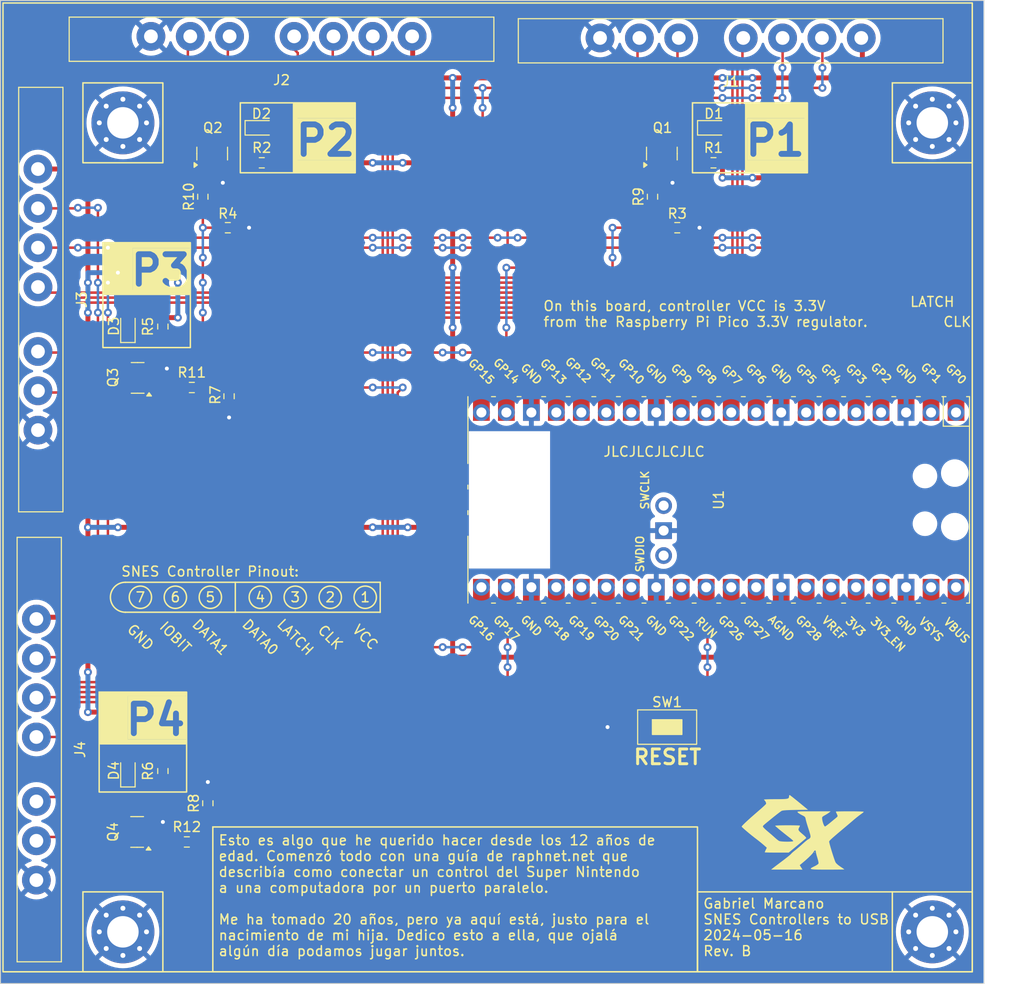
<source format=kicad_pcb>
(kicad_pcb (version 20240108) (generator "pcbnew") (generator_version "8.0")
  (title_block (title "SNES Controllers to USB") (date "2024-05-16") (rev "B") (comment 1 "Designed by: Gabriel Marcano"))
  (layers (0 "F.Cu" signal) (31 "B.Cu" signal) (34 "B.Paste" user) (35 "F.Paste" user) (36 "B.SilkS" user "B.Silkscreen") (37 "F.SilkS" user "F.Silkscreen") (38 "B.Mask" user) (39 "F.Mask" user) (44 "Edge.Cuts" user))
  (net 0 "")
  (net 1 "GND")
  (net 2 "+3.3V")
  (net 3 "/CLK")
  (net 4 "/LATCH")
  (net 5 "/Data0_0")
  (net 6 "/Data1_0")
  (net 7 "/IOBit_0")
  (net 8 "/Data0_1")
  (net 9 "/Data1_1")
  (net 10 "/IOBit_1")
  (net 11 "/Data0_2")
  (net 12 "/Data1_2")
  (net 13 "/IOBit_2")
  (net 14 "/Data0_3")
  (net 15 "/Data1_3")
  (net 16 "/IOBit_3")
  (net 17 "/C1_CONN")
  (net 18 "Net-(D2-K)")
  (net 19 "/C3_CONN")
  (net 20 "Net-(D4-K)")
  (net 21 "/C2_CONN")
  (net 22 "Net-(D3-K)")
  (net 23 "/C0_CONN")
  (net 24 "Net-(D2-A)")
  (net 25 "Net-(D3-A)")
  (net 26 "Net-(D4-A)")
  (net 31 "Net-(U1-RUN)")
  (net 36 "Net-(D1-K)")
  (net 37 "Net-(D1-A)")
  (net 38 "Net-(Q1-G)")
  (net 39 "Net-(Q2-G)")
  (net 40 "Net-(Q3-G)")
  (net 41 "Net-(Q4-G)")
  (footprint "Resistor_SMD:R_0603_1608Metric_Pad0.98x0.95mm_HandSolder" (layer "F.Cu") (at 103.632 138.811 90)
    (property "Reference" "R8")
    (property "Value" "10k")
  )
  (footprint "MountingHole:MountingHole_3.2mm_M3_Pad_Via" (layer "F.Cu") (at 177.292 151.892)
    (property "Reference" "H4" (hide yes))
    (property "Value" "MountingHole_Pad")
  )
  (footprint "MountingHole:MountingHole_3.2mm_M3_Pad_Via" (layer "F.Cu") (at 94.996 69.596)
    (property "Reference" "H2" (hide yes))
    (property "Value" "MountingHole_Pad")
  )
  (footprint "Resistor_SMD:R_0603_1608Metric_Pad0.98x0.95mm_HandSolder" (layer "F.Cu") (at 148.844 77.1125 90)
    (property "Reference" "R9")
    (property "Value" "10k")
  )
  (footprint "Resistor_SMD:R_0603_1608Metric_Pad0.98x0.95mm_HandSolder" (layer "F.Cu") (at 102.0045 96.52 180)
    (property "Reference" "R11")
    (property "Value" "10k")
  )
  (footprint "Package_TO_SOT_SMD:SOT-23" (layer "F.Cu") (at 96.4415 141.732 180)
    (property "Reference" "Q4")
    (property "Value" "BSS123")
  )
  (footprint "Package_TO_SOT_SMD:SOT-23" (layer "F.Cu") (at 96.495 95.5415 180)
    (property "Reference" "Q3")
    (property "Value" "BSS123")
  )
  (footprint "Resistor_SMD:R_0603_1608Metric_Pad0.98x0.95mm_HandSolder" (layer "F.Cu") (at 109.1165 73.66 180)
    (property "Reference" "R2")
    (property "Value" "260")
  )
  (footprint "Resistor_SMD:R_0603_1608Metric_Pad0.98x0.95mm_HandSolder" (layer "F.Cu") (at 101.4965 142.748 180)
    (property "Reference" "R12")
    (property "Value" "10k")
  )
  (footprint "Resistor_SMD:R_0603_1608Metric_Pad0.98x0.95mm_HandSolder" (layer "F.Cu") (at 99.06 90.3205 -90)
    (property "Reference" "R5")
    (property "Value" "260")
  )
  (footprint "Marcano:GX_logo124" (layer "F.Cu") (at 164.084 141.732)
    (property "Reference" "G***" (hide yes))
    (property "Value" "LOGO" (hide yes))
  )
  (footprint "Marcano:SNES_CONTROLLER_PORT_FEMALE_SHORT" (layer "F.Cu") (at 156.79 63.5 180)
    (property "Reference" "J1")
    (property "Value" "SNES_controller_port")
  )
  (footprint "Resistor_SMD:R_0603_1608Metric_Pad0.98x0.95mm_HandSolder" (layer "F.Cu") (at 103.124 77.1125 90)
    (property "Reference" "R10")
    (property "Value" "10k")
  )
  (footprint "Resistor_SMD:R_0603_1608Metric_Pad0.98x0.95mm_HandSolder" (layer "F.Cu") (at 105.791 97.409 -90)
    (property "Reference" "R7")
    (property "Value" "10k")
  )
  (footprint "MountingHole:MountingHole_3.2mm_M3_Pad_Via" (layer "F.Cu") (at 94.996 151.892)
    (property "Reference" "H3" (hide yes))
    (property "Value" "MountingHole_Pad")
  )
  (footprint "LED_SMD:LED_0603_1608Metric_Pad1.05x0.95mm_HandSolder" (layer "F.Cu") (at 95.504 135.495 90)
    (property "Reference" "D4")
    (property "Value" "Red LED, 2.0V")
  )
  (footprint "LED_SMD:LED_0603_1608Metric_Pad1.05x0.95mm_HandSolder" (layer "F.Cu") (at 95.504 90.283 90)
    (property "Reference" "D3")
    (property "Value" "Red LED, 2.0V")
  )
  (footprint "Resistor_SMD:R_0603_1608Metric_Pad0.98x0.95mm_HandSolder" (layer "F.Cu") (at 155.0435 73.66 180)
    (property "Reference" "R1")
    (property "Value" "260")
  )
  (footprint "Resistor_SMD:R_0603_1608Metric_Pad0.98x0.95mm_HandSolder" (layer "F.Cu") (at 105.664 80.264)
    (property "Reference" "R4")
    (property "Value" "10k")
  )
  (footprint "RPi_Pico:RPi_PicoW_SMD_TH" (layer "F.Cu") (at 155.575 107.95 -90)
    (property "Reference" "U1")
    (property "Value" "PicoW")
  )
  (footprint "Marcano:PTS636_SM50_SMTR_LFS" (layer "F.Cu") (at 150.332 131.064)
    (property "Reference" "SW1")
    (property "Value" "RST_PUSH")
  )
  (footprint "Resistor_SMD:R_0603_1608Metric_Pad0.98x0.95mm_HandSolder" (layer "F.Cu") (at 151.3605 80.264)
    (property "Reference" "R3")
    (property "Value" "10k")
  )
  (footprint "Marcano:SNES_CONTROLLER_PORT_FEMALE_SHORT" (layer "F.Cu") (at 88.74 133.35 -90)
    (property "Reference" "J4")
    (property "Value" "SNES_controller_port")
  )
  (footprint "Package_TO_SOT_SMD:SOT-23" (layer "F.Cu") (at 104.074 72.7225 90)
    (property "Reference" "Q2")
    (property "Value" "BSS123")
  )
  (footprint "LED_SMD:LED_0603_1608Metric_Pad1.05x0.95mm_HandSolder" (layer "F.Cu") (at 109.079 70.104)
    (property "Reference" "D2")
    (property "Value" "Red LED, 2.0V")
  )
  (footprint "MountingHole:MountingHole_3.2mm_M3_Pad_Via" (layer "F.Cu") (at 177.292 69.596)
    (property "Reference" "H1" (hide yes))
    (property "Value" "MountingHole_Pad")
  )
  (footprint "Marcano:SNES_CONTROLLER_PORT_FEMALE_SHORT" (layer "F.Cu") (at 88.9 87.575 -90)
    (property "Reference" "J3")
    (property "Value" "SNES_controller_port")
  )
  (footprint "Resistor_SMD:R_0603_1608Metric_Pad0.98x0.95mm_HandSolder" (layer "F.Cu") (at 99.06 135.5325 -90)
    (property "Reference" "R6")
    (property "Value" "260")
  )
  (footprint "LED_SMD:LED_0603_1608Metric_Pad1.05x0.95mm_HandSolder" (layer "F.Cu") (at 155.081 70.104)
    (property "Reference" "D1")
    (property "Value" "Red LED, 2.0V")
  )
  (footprint "Marcano:SNES_CONTROLLER_PORT_FEMALE_SHORT" (layer "F.Cu") (at 111.125 63.34 180)
    (property "Reference" "J2")
    (property "Value" "SNES_controller_port")
  )
  (footprint "Package_TO_SOT_SMD:SOT-23" (layer "F.Cu") (at 149.794 72.7225 90)
    (property "Reference" "Q1")
    (property "Value" "BSS123")
  )
  (gr_line (start 121.158 116.332) (end 95.25 116.332) (stroke (width 0.15)) (layer "F.SilkS"))
  (gr_rect (start 90.932 147.828) (end 99.06 155.956) (stroke (width 0.15)) (fill none) (layer "F.SilkS"))
  (gr_rect (start 92.964 81.788) (end 101.854 92.456) (stroke (width 0.15)) (fill none) (layer "F.SilkS"))
  (gr_rect (start 92.583 127.508) (end 101.473 137.668) (stroke (width 0.15)) (fill none) (layer "F.SilkS"))
  (gr_circle (center 116.078 117.856) (end 117.094 117.348) (stroke (width 0.15)) (fill none) (layer "F.SilkS"))
  (gr_rect (start 90.932 65.532) (end 99.06 73.66) (stroke (width 0.15)) (fill none) (layer "F.SilkS"))
  (gr_circle (center 100.33 117.856) (end 101.346 117.348) (stroke (width 0.15)) (fill none) (layer "F.SilkS"))
  (gr_rect (start 173.228 65.532) (end 181.356 73.66) (stroke (width 0.15)) (fill none) (layer "F.SilkS"))
  (gr_arc (start 95.25 119.38) (mid 93.726 117.856) (end 95.25 116.332) (stroke (width 0.15)) (layer "F.SilkS"))
  (gr_circle (center 103.886 117.856) (end 104.902 117.348) (stroke (width 0.15)) (fill none) (layer "F.SilkS"))
  (gr_rect (start 104.14 141.224) (end 153.416 155.956) (stroke (width 0.15)) (fill none) (layer "F.SilkS"))
  (gr_circle (center 119.634 117.856) (end 120.65 117.348) (stroke (width 0.15)) (fill none) (layer "F.SilkS"))
  (gr_circle (center 108.966 117.856) (end 109.982 117.348) (stroke (width 0.15)) (fill none) (layer "F.SilkS"))
  (gr_line (start 95.25 119.38) (end 121.158 119.38) (stroke (width 0.15)) (layer "F.SilkS"))
  (gr_rect (start 152.908 67.564) (end 164.592 74.676) (stroke (width 0.15)) (fill none) (layer "F.SilkS"))
  (gr_line (start 173.228 147.828) (end 173.228 155.956) (stroke (width 0.15)) (layer "F.SilkS"))
  (gr_line (start 106.426 119.38) (end 106.426 116.332) (stroke (width 0.15)) (layer "F.SilkS"))
  (gr_rect (start 82.804 57.404) (end 181.356 155.956) (stroke (width 0.15)) (fill none) (layer "F.SilkS"))
  (gr_circle (center 112.522 117.856) (end 113.538 117.348) (stroke (width 0.15)) (fill none) (layer "F.SilkS"))
  (gr_line (start 121.158 119.38) (end 121.158 116.332) (stroke (width 0.15)) (layer "F.SilkS"))
  (gr_rect (start 153.416 147.828) (end 181.356 155.956) (stroke (width 0.15)) (fill none) (layer "F.SilkS"))
  (gr_circle (center 96.774 117.856) (end 97.79 117.348) (stroke (width 0.15)) (fill none) (layer "F.SilkS"))
  (gr_rect (start 106.934 67.564) (end 118.618 74.676) (stroke (width 0.15)) (fill none) (layer "F.SilkS"))
  (gr_rect (start 82.55 57.15) (end 182.55 157.15) (stroke (width 0.1)) (fill none) (layer "Edge.Cuts"))
  (gr_text "DATA0" (at 108.966 121.92 315) (layer "F.SilkS") (effects (font (size 1 1))))
  (gr_text "RESET" (at 150.368 134.112 0) (layer "F.SilkS") (effects (font (size 1.5 1.5) (thickness 0.3) (bold yes))))
  (gr_text "P4" (at 94.996 132.08 0) (layer "F.SilkS" knockout) (effects (font (size 3 3) (thickness 0.6) (bold yes)) (justify left bottom)))
  (gr_text "LATCH" (at 112.522 121.92 315) (layer "F.SilkS") (effects (font (size 1 1))))
  (gr_text "DATA1" (at 103.886 121.92 315) (layer "F.SilkS") (effects (font (size 1 1))))
  (gr_text "CLK" (at 116.078 121.92 315) (layer "F.SilkS") (effects (font (size 1 1))))
  (gr_text "SNES Controller Pinout:" (at 94.742 115.824 0) (layer "F.SilkS") (effects (font (size 1 1)) (justify left bottom)))
  (gr_text "Gabriel Marcano\nSNES Controllers to USB\n${ISSUE_DATE}\nRev. ${REVISION}" (at 153.924 154.432 0) (layer "F.SilkS") (effects (font (size 1 1)) (justify left bottom)))
  (gr_text "P1" (at 157.988 73.152 0) (layer "F.SilkS" knockout) (effects (font (size 3 3) (thickness 0.6) (bold yes)) (justify left bottom)))
  (gr_text "5" (at 103.886 117.856 0) (layer "F.SilkS") (effects (font (size 1 1))))
  (gr_text "GND" (at 96.774 121.92 315) (layer "F.SilkS") (effects (font (size 1 1))))
  (gr_text "VCC" (at 119.634 121.92 315) (layer "F.SilkS") (effects (font (size 1 1))))
  (gr_text "2" (at 116.078 117.856 0) (layer "F.SilkS") (effects (font (size 1 1))))
  (gr_text "LATCH" (at 177.292 88.392 0) (layer "F.SilkS") (effects (font (size 1 1)) (justify bottom)))
  (gr_text "1" (at 119.634 117.856 0) (layer "F.SilkS") (effects (font (size 1 1))))
  (gr_text "P2" (at 112.268 73.152 0) (layer "F.SilkS" knockout) (effects (font (size 3 3) (thickness 0.6) (bold yes)) (justify left bottom)))
  (gr_text "CLK" (at 179.832 90.424 0) (layer "F.SilkS") (effects (font (size 1 1)) (justify bottom)))
  (gr_text "JLCJLCJLCJLC" (at 143.764 103.632 0) (layer "F.SilkS") (effects (font (size 1 1)) (justify left bottom)))
  (gr_text "Esto es algo que he querido hacer desde los 12 años de\nedad. Comenzó todo con una guía de raphnet.net que\ndescribía como conectar un control del Super Nintendo\na una computadora por un puerto paralelo.\n\nMe ha tomado 20 años, pero ya aquí está, justo para el\nnacimiento de mi hija. Dedico esto a ella, que ojalá\nalgún día podamos jugar juntos." (at 104.648 154.432 0) (layer "F.SilkS") (effects (font (size 1 1)) (justify left bottom)))
  (gr_text "On this board, controller VCC is 3.3V\nfrom the Raspberry Pi Pico 3.3V regulator." (at 137.668 90.424 0) (layer "F.SilkS") (effects (font (size 1 1)) (justify left bottom)))
  (gr_text "P3" (at 95.504 86.36 0) (layer "F.SilkS" knockout) (effects (font (size 3 3) (thickness 0.6) (bold yes)) (justify left bottom)))
  (gr_text "6" (at 100.33 117.856 0) (layer "F.SilkS") (effects (font (size 1 1))))
  (gr_text "7" (at 96.774 117.856 0) (layer "F.SilkS") (effects (font (size 1 1))))
  (gr_text "3" (at 112.522 117.856 0) (layer "F.SilkS") (effects (font (size 1 1))))
  (gr_text "IOBIT" (at 100.33 121.92 315) (layer "F.SilkS") (effects (font (size 1 1))))
  (gr_text "4" (at 108.966 117.856 0) (layer "F.SilkS") (effects (font (size 1 1))))
  (segment (start 97.4325 94.5915) (end 99.4645 94.5915) (width 0.5) (layer "F.Cu") (net 1))
  (segment (start 152.273 80.264) (end 153.623 80.264) (width 0.5) (layer "F.Cu") (net 1))
  (segment (start 105.024 73.66) (end 105.024 75.56) (width 0.5) (layer "F.Cu") (net 1))
  (segment (start 146.232 131.064) (end 144.272 131.064) (width 0.5) (layer "F.Cu") (net 1))
  (segment (start 97.379 140.782) (end 98.994 140.782) (width 0.5) (layer "F.Cu") (net 1))
  (segment (start 150.744 75.56) (end 150.876 75.692) (width 0.5) (layer "F.Cu") (net 1))
  (segment (start 98.994 140.782) (end 99.06 140.716) (width 0.5) (layer "F.Cu") (net 1))
  (segment (start 103.632 136.652) (end 103.632 137.8985) (width 0.5) (layer "F.Cu") (net 1))
  (segment (start 150.744 73.66) (end 150.744 75.56) (width 0.5) (layer "F.Cu") (net 1))
  (segment (start 105.024 75.56) (end 105.156 75.692) (width 0.5) (layer "F.Cu") (net 1))
  (segment (start 106.5765 80.264) (end 107.823 80.264) (width 0.5) (layer "F.Cu") (net 1))
  (segment (start 105.791 98.3215) (end 105.791 99.568) (width 0.5) (layer "F.Cu") (net 1))
  (via (at 99.06 140.716) (size 0.8) (drill 0.4) (layers "F.Cu" "B.Cu") (net 1))
  (via (at 105.791 99.568) (size 0.8) (drill 0.4) (layers "F.Cu" "B.Cu") (net 1))
  (via (at 107.823 80.264) (size 0.8) (drill 0.4) (layers "F.Cu" "B.Cu") (net 1))
  (via (at 103.632 136.652) (size 0.8) (drill 0.4) (layers "F.Cu" "B.Cu") (net 1))
  (via (at 150.876 75.692) (size 0.8) (drill 0.4) (layers "F.Cu" "B.Cu") (net 1))
  (via (at 105.156 75.692) (size 0.8) (drill 0.4) (layers "F.Cu" "B.Cu") (net 1))
  (via (at 144.272 131.064) (size 0.8) (drill 0.4) (layers "F.Cu" "B.Cu") (net 1))
  (via (at 99.4645 94.5915) (size 0.8) (drill 0.4) (layers "F.Cu" "B.Cu") (net 1))
  (via (at 153.623 80.264) (size 0.8) (drill 0.4) (layers "F.Cu" "B.Cu") (net 1))
  (segment (start 159.004 75.184) (end 170.18 75.184) (width 0.5) (layer "F.Cu") (net 2))
  (segment (start 124.46 61.976) (end 124.46 65.024) (width 0.5) (layer "F.Cu") (net 2))
  (segment (start 91.44 110.744) (end 91.44 119.888) (width 0.5) (layer "F.Cu") (net 2))
  (segment (start 169.545 119.507) (end 169.164 119.888) (width 0.5) (layer "F.Cu") (net 2))
  (segment (start 91.44 88.9) (end 91.44 110.744) (width 0.5) (layer "F.Cu") (net 2))
  (segment (start 128.524 65.024) (end 155.956 65.024) (width 0.5) (layer "F.Cu") (net 2))
  (segment (start 100.584 84.836) (end 100.584 85.852) (width 0.5) (layer "F.Cu") (net 2))
  (segment (start 128.524 123.952) (end 128.524 110.744) (width 0.5) (layer "F.Cu") (net 2))
  (segment (start 169.164 123.952) (end 128.524 123.952) (width 0.5) (layer "F.Cu") (net 2))
  (segment (start 124.46 65.024) (end 128.524 65.024) (width 0.5) (layer "F.Cu") (net 2))
  (segment (start 123.444 73.66) (end 128.524 73.66) (width 0.5) (layer "F.Cu") (net 2))
  (segment (start 169.545 116.84) (end 169.545 119.507) (width 0.5) (layer "F.Cu") (net 2))
  (segment (start 128.524 110.744) (end 128.524 90.424) (width 0.5) (layer "F.Cu") (net 2))
  (segment (start 91.44 129.54) (end 99.06 129.54) (width 0.5) (layer "F.Cu") (net 2))
  (segment (start 110.029 73.66) (end 120.396 73.66) (width 0.5) (layer "F.Cu") (net 2))
  (segment (start 128.524 110.744) (end 123.952 110.744) (width 0.5) (layer "F.Cu") (net 2))
  (segment (start 100.584 89.408) (end 99.06 89.408) (width 0.5) (layer "F.Cu") (net 2))
  (segment (start 155.956 73.66) (end 155.956 75.184) (width 0.5) (layer "F.Cu") (net 2))
  (segment (start 169.164 119.888) (end 169.164 123.952) (width 0.5) (layer "F.Cu") (net 2))
  (segment (start 170.18 61.976) (end 170.18 65.024) (width 0.5) (layer "F.Cu") (net 2))
  (segment (start 170.18 75.184) (end 170.18 65.024) (width 0.5) (layer "F.Cu") (net 2))
  (segment (start 128.524 84.328) (end 128.524 73.66) (width 0.5) (layer "F.Cu") (net 2))
  (segment (start 120.396 110.744) (end 94.488 110.744) (width 0.5) (layer "F.Cu") (net 2))
  (segment (start 91.44 125.476) (end 91.44 119.888) (width 0.5) (layer "F.Cu") (net 2))
  (segment (start 91.44 85.852) (end 91.44 74.295) (width 0.5) (layer "F.Cu") (net 2))
  (segment (start 86.868 119.888) (end 91.44 119.888) (width 0.5) (layer "F.Cu") (net 2))
  (segment (start 94.488 84.836) (end 100.584 84.836) (width 0.5) (layer "F.Cu") (net 2))
  (segment (start 86.36 74.295) (end 91.44 74.295) (width 0.5) (layer "F.Cu") (net 2))
  (segment (start 128.524 73.66) (end 128.524 68.072) (width 0.5) (layer "F.Cu") (net 2))
  (segment (start 170.18 65.024) (end 159.004 65.024) (width 0.5) (layer "F.Cu") (net 2))
  (segment (start 99.06 129.54) (end 99.06 134.62) (width 0.5) (layer "F.Cu") (net 2))
  (via (at 91.44 88.9) (size 0.8) (drill 0.4) (layers "F.Cu" "B.Cu") (net 2))
  (via (at 128.524 84.328) (size 0.8) (drill 0.4) (layers "F.Cu" "B.Cu") (net 2))
  (via (at 120.396 110.744) (size 0.8) (drill 0.4) (layers "F.Cu" "B.Cu") (net 2))
  (via (at 128.524 68.072) (size 0.8) (drill 0.4) (layers "F.Cu" "B.Cu") (net 2))
  (via (at 91.44 110.744) (size 0.8) (drill 0.4) (layers "F.Cu" "B.Cu") (net 2))
  (via (at 91.44 125.476) (size 0.8) (drill 0.4) (layers "F.Cu" "B.Cu") (net 2))
  (via (at 94.488 84.836) (size 0.8) (drill 0.4) (layers "F.Cu" "B.Cu") (net 2))
  (via (at 159.004 65.024) (size 0.8) (drill 0.4) (layers "F.Cu" "B.Cu") (net 2))
  (via (at 123.952 110.744) (size 0.8) (drill 0.4) (layers "F.Cu" "B.Cu") (net 2))
  (via (at 155.956 75.184) (size 0.8) (drill 0.4) (layers "F.Cu" "B.Cu") (net 2))
  (via (at 128.524 65.024) (size 0.8) (drill 0.4) (layers "F.Cu" "B.Cu") (net 2))
  (via (at 120.396 73.66) (size 0.8) (drill 0.4) (layers "F.Cu" "B.Cu") (net 2))
  (via (at 91.44 129.54) (size 0.8) (drill 0.4) (layers "F.Cu" "B.Cu") (net 2))
  (via (at 128.524 90.424) (size 0.8) (drill 0.4) (layers "F.Cu" "B.Cu") (net 2))
  (via (at 100.584 89.408) (size 0.8) (drill 0.4) (layers "F.Cu" "B.Cu") (net 2))
  (via (at 94.488 110.744) (size 0.8) (drill 0.4) (layers "F.Cu" "B.Cu") (net 2))
  (via (at 100.584 85.852) (size 0.8) (drill 0.4) (layers "F.Cu" "B.Cu") (net 2))
  (via (at 91.44 85.852) (size 0.8) (drill 0.4) (layers "F.Cu" "B.Cu") (net 2))
  (via (at 159.004 75.184) (size 0.8) (drill 0.4) (layers "F.Cu" "B.Cu") (net 2))
  (via (at 155.956 65.024) (size 0.8) (drill 0.4) (layers "F.Cu" "B.Cu") (net 2))
  (via (at 123.444 73.66) (size 0.8) (drill 0.4) (layers "F.Cu" "B.Cu") (net 2))
  (segment (start 91.44 84.836) (end 94.488 84.836) (width 0.5) (layer "B.Cu") (net 2))
  (segment (start 91.44 85.842695) (end 91.44 84.836) (width 0.5) (layer "B.Cu") (net 2))
  (segment (start 91.44 85.852) (end 91.44 85.842695) (width 0.5) (layer "B.Cu") (net 2))
  (segment (start 91.44 88.9) (end 91.44 85.852) (width 0.5) (layer "B.Cu") (net 2))
  (segment (start 128.524 68.072) (end 128.524 65.024) (width 0.5) (layer "B.Cu") (net 2))
  (segment (start 91.44 125.476) (end 91.44 129.54) (width 0.5) (layer "B.Cu") (net 2))
  (segment (start 100.584 85.852) (end 100.584 89.408) (width 0.5) (layer "B.Cu") (net 2))
  (segment (start 94.488 110.744) (end 91.44 110.744) (width 0.5) (layer "B.Cu") (net 2))
  (segment (start 128.524 90.424) (end 128.524 84.328) (width 0.5) (layer "B.Cu") (net 2))
  (segment (start 120.396 73.66) (end 123.444 73.66) (width 0.5) (layer "B.Cu") (net 2))
  (segment (start 123.952 110.744) (end 120.396 110.744) (width 0.5) (layer "B.Cu") (net 2))
  (segment (start 155.956 65.024) (end 159.004 65.024) (width 0.5) (layer "B.Cu") (net 2))
  (segment (start 155.956 75.184) (end 159.004 75.184) (width 0.5) (layer "B.Cu") (net 2))
  (segment (start 120.405 60.8) (end 120.405 66.031) (width 0.25) (layer "F.Cu") (net 3))
  (segment (start 92.456 85.852) (end 92.456 81.28) (width 0.25) (layer "F.Cu") (net 3))
  (segment (start 179.832 96.012) (end 179.705 96.139) (width 0.25) (layer "F.Cu") (net 3))
  (segment (start 127.508 81.28) (end 123.444 81.28) (width 0.25) (layer "F.Cu") (net 3))
  (segment (start 131.572 68.072) (end 131.572 81.28) (width 0.25) (layer "F.Cu") (net 3))
  (segment (start 159.004 81.28) (end 179.832 81.28) (width 0.25) (layer "F.Cu") (net 3))
  (segment (start 179.705 96.139) (end 179.705 99.06) (width 0.25) (layer "F.Cu") (net 3))
  (segment (start 131.572 81.28) (end 129.54 81.28) (width 0.25) (layer "F.Cu") (net 3))
  (segment (start 120.396 66.04) (end 155.956 66.04) (width 0.25) (layer "F.Cu") (net 3))
  (segment (start 155.956 81.28) (end 135.128 81.28) (width 0.25) (layer "F.Cu") (net 3))
  (segment (start 90.424 78.232) (end 90.361 78.295) (width 0.25) (layer "F.Cu") (net 3))
  (segment (start 166.116 61.976) (end 166.116 64.008) (width 0.25) (layer "F.Cu") (net 3))
  (segment (start 92.456 126.492) (end 92.456 88.9) (width 0.25) (layer "F.Cu") (net 3))
  (segment (start 86.318 123.952) (end 88.9 123.952) (width 0.25) (layer "F.Cu") (net 3))
  (segment (start 92.456 81.28) (end 92.456 78.232) (width 0.25) (layer "F.Cu") (net 3))
  (segment (start 133.096 81.28) (end 131.572 81.28) (width 0.25) (layer "F.Cu") (net 3))
  (segment (start 179.832 81.28) (end 179.832 96.012) (width 0.25) (layer "F.Cu") (net 3))
  (segment (start 90.361 78.295) (end 86.36 78.295) (width 0.25) (layer "F.Cu") (net 3))
  (segment (start 88.9 123.952) (end 88.9 126.492) (width 0.25) (layer "F.Cu") (net 3))
  (segment (start 88.9 126.492) (end 92.456 126.492) (width 0.25) (layer "F.Cu") (net 3))
  (segment (start 120.405 66.031) (end 120.396 66.04) (width 0.25) (layer "F.Cu") (net 3))
  (segment (start 166.116 66.04) (end 159.004 66.04) (width 0.25) (layer "F.Cu") (net 3))
  (segment (start 120.396 81.28) (end 92.456 81.28) (width 0.25) (layer "F.Cu") (net 3))
  (via (at 120.396 81.28) (size 0.8) (drill 0.4) (layers "F.Cu" "B.Cu") (net 3))
  (via (at 159.004 66.04) (size 0.8) (drill 0.4) (layers "F.Cu" "B.Cu") (net 3))
  (via (at 166.116 66.04) (size 0.8) (drill 0.4) (layers "F.Cu" "B.Cu") (net 3))
  (via (at 155.956 81.28) (size 0.8) (drill 0.4) (layers "F.Cu" "B.Cu") (net 3))
  (via (at 131.572 68.072) (size 0.8) (drill 0.4) (layers "F.Cu" "B.Cu") (net 3))
  (via (at 92.456 85.852) (size 0.8) (drill 0.4) (layers "F.Cu" "B.Cu") (net 3))
  (via (at 135.128 81.28) (size 0.8) (drill 0.4) (layers "F.Cu" "B.Cu") (net 3))
  (via (at 92.456 88.9) (size 0.8) (drill 0.4) (layers "F.Cu" "B.Cu") (net 3))
  (via (at 123.444 81.28) (size 0.8) (drill 0.4) (layers "F.Cu" "B.Cu") (net 3))
  (via (at 131.572 66.04) (size 0.8) (drill 0.4) (layers "F.Cu" "B.Cu") (net 3))
  (via (at 129.54 81.28) (size 0.8) (drill 0.4) (layers "F.Cu" "B.Cu") (net 3))
  (via (at 92.456 78.232) (size 0.8) (drill 0.4) (layers "F.Cu" "B.Cu") (net 3))
  (via (at 127.508 81.28) (size 0.8) (drill 0.4) (layers "F.Cu" "B.Cu") (net 3))
  (via (at 90.424 78.232) (size 0.8) (drill 0.4) (layers "F.Cu" "B.Cu") (net 3))
  (via (at 133.096 81.28) (size 0.8) (drill 0.4) (layers "F.Cu" "B.Cu") (net 3))
  (via (at 166.116 64.008) (size 0.8) (drill 0.4) (layers "F.Cu" "B.Cu") (net 3))
  (via (at 155.956 66.04) (size 0.8) (drill 0.4) (layers "F.Cu" "B.Cu") (net 3))
  (via (at 159.004 81.28) (size 0.8) (drill 0.4) (layers "F.Cu" "B.Cu") (net 3))
  (segment (start 92.456 88.9) (end 92.456 85.852) (width 0.25) (layer "B.Cu") (net 3))
  (segment (start 129.54 81.28) (end 127.508 81.28) (width 0.25) (layer "B.Cu") (net 3))
  (segment (start 123.444 81.28) (end 120.396 81.28) (width 0.25) (layer "B.Cu") (net 3))
  (segment (start 135.128 81.28) (end 133.096 81.28) (width 0.25) (layer "B.Cu") (net 3))
  (segment (start 166.116 64.008) (end 166.116 66.04) (width 0.25) (layer "B.Cu") (net 3))
  (segment (start 92.456 78.232) (end 90.424 78.232) (width 0.25) (layer "B.Cu") (net 3))
  (segment (start 159.004 81.28) (end 155.956 81.28) (width 0.25) (layer "B.Cu") (net 3))
  (segment (start 131.572 66.04) (end 131.572 68.072) (width 0.25) (layer "B.Cu") (net 3))
  (segment (start 155.956 66.04) (end 159.004 66.04) (width 0.25) (layer "B.Cu") (net 3))
  (segment (start 93.472 82.296) (end 93.472 85.852) (width 0.25) (layer "F.Cu") (net 4))
  (segment (start 88.9 128.016) (end 88.9 127) (width 0.25) (layer "F.Cu") (net 4))
  (segment (start 159.004 82.296) (end 177.165 82.296) (width 0.25) (layer "F.Cu") (net 4))
  (segment (start 162.07 63.99) (end 162.07 60.96) (width 0.25) (layer "F.Cu") (net 4))
  (segment (start 116.332 60.96) (end 116.332 67.056) (width 0.25) (layer "F.Cu") (net 4))
  (segment (start 90.424 82.296) (end 90.423 82.295) (width 0.25) (layer "F.Cu") (net 4))
  (segment (start 134.112 82.296) (end 155.956 82.296) (width 0.25) (layer "F.Cu") (net 4))
  (segment (start 88.9 127) (end 93.472 127) (width 0.25) (layer "F.Cu") (net 4))
  (segment (start 159.004 67.056) (end 162.052 67.056) (width 0.25) (layer "F.Cu") (net 4))
  (segment (start 123.444 82.296) (end 127.508 82.296) (width 0.25) (layer "F.Cu") (net 4))
  (segment (start 86.868 128.016) (end 88.9 128.016) (width 0.25) (layer "F.Cu") (net 4))
  (segment (start 134.112 82.296) (end 134.112 67.056) (width 0.25) (layer "F.Cu") (net 4))
  (segment (start 134.112 67.056) (end 155.956 67.056) (width 0.25) (layer "F.Cu") (net 4))
  (segment (start 90.423 82.295) (end 86.36 82.295) (width 0.25) (layer "F.Cu") (net 4))
  (segment (start 162.052 64.008) (end 162.07 63.99) (width 0.25) (layer "F.Cu") (net 4))
  (segment (start 93.472 127) (end 93.472 88.9) (width 0.25) (layer "F.Cu") (net 4))
  (segment (start 177.165 99.06) (end 177.165 82.296) (width 0.25) (layer "F.Cu") (net 4))
  (segment (start 93.472 82.296) (end 120.396 82.296) (width 0.25) (layer "F.Cu") (net 4))
  (segment (start 129.54 82.296) (end 134.112 82.296) (width 0.25) (layer "F.Cu") (net 4))
  (segment (start 116.332 67.056) (end 134.112 67.056) (width 0.25) (layer "F.Cu") (net 4))
  (via (at 155.956 67.056) (size 0.8) (drill 0.4) (layers "F.Cu" "B.Cu") (net 4))
  (via (at 159.004 82.296) (size 0.8) (drill 0.4) (layers "F.Cu" "B.Cu") (net 4))
  (via (at 93.472 82.296) (size 0.8) (drill 0.4) (layers "F.Cu" "B.Cu") (net 4))
  (via (at 90.424 82.296) (size 0.8) (drill 0.4) (layers "F.Cu" "B.Cu") (net 4))
  (via (at 162.052 67.056) (size 0.8) (drill 0.4) (layers "F.Cu" "B.Cu") (net 4))
  (via (at 93.472 88.9) (size 0.8) (drill 0.4) (layers "F.Cu" "B.Cu") (net 4))
  (via (at 129.54 82.296) (size 0.8) (drill 0.4) (layers "F.Cu" "B.Cu") (net 4))
  (via (at 120.396 82.296) (size 0.8) (drill 0.4) (layers "F.Cu" "B.Cu") (net 4))
  (via (at 123.444 82.296) (size 0.8) (drill 0.4) (layers "F.Cu" "B.Cu") (net 4))
  (via (at 162.052 64.008) (size 0.8) (drill 0.4) (layers "F.Cu" "B.Cu") (net 4))
  (via (at 93.472 85.852) (size 0.8) (drill 0.4) (layers "F.Cu" "B.Cu") (net 4))
  (via (at 155.956 82.296) (size 0.8) (drill 0.4) (layers "F.Cu" "B.Cu") (net 4))
  (via (at 159.004 67.056) (size 0.8) (drill 0.4) (layers "F.Cu" "B.Cu") (net 4))
  (via (at 127.508 82.296) (size 0.8) (drill 0.4) (layers "F.Cu" "B.Cu") (net 4))
  (segment (start 162.052 67.056) (end 162.052 64.008) (width 0.25) (layer "B.Cu") (net 4))
  (segment (start 93.472 88.9) (end 93.472 85.852) (width 0.25) (layer "B.Cu") (net 4))
  (segment (start 155.956 82.296) (end 159.004 82.296) (width 0.25) (layer "B.Cu") (net 4))
  (segment (start 155.956 67.056) (end 159.004 67.056) (width 0.25) (layer "B.Cu") (net 4))
  (segment (start 93.472 82.296) (end 90.424 82.296) (width 0.25) (layer "B.Cu") (net 4))
  (segment (start 120.396 82.296) (end 123.444 82.296) (width 0.25) (layer "B.Cu") (net 4))
  (segment (start 127.508 82.296) (end 129.54 82.296) (width 0.25) (layer "B.Cu") (net 4))
  (segment (start 172.212 83.82) (end 157.988 83.82) (width 0.25) (layer "F.Cu") (net 5))
  (segment (start 172.085 99.06) (end 172.085 96.139) (width 0.25) (layer "F.Cu") (net 5))
  (segment (start 172.212 96.012) (end 172.212 83.82) (width 0.25) (layer "F.Cu") (net 5))
  (segment (start 172.085 96.139) (end 172.212 96.012) (width 0.25) (layer "F.Cu") (net 5))
  (segment (start 157.988 83.82) (end 157.988 61.468) (width 0.25) (layer "F.Cu") (net 5))
  (segment (start 151.384 63.5) (end 157.48 63.5) (width 0.25) (layer "F.Cu") (net 6))
  (segment (start 169.545 96.139) (end 169.545 99.06) (width 0.25) (layer "F.Cu") (net 6))
  (segment (start 169.672 96.012) (end 169.545 96.139) (width 0.25) (layer "F.Cu") (net 6))
  (segment (start 151.384 61.086) (end 151.384 63.5) (width 0.25) (layer "F.Cu") (net 6))
  (segment (start 169.672 84.328) (end 169.672 96.012) (width 0.25) (layer "F.Cu") (net 6))
  (segment (start 157.48 84.328) (end 169.672 84.328) (width 0.25) (layer "F.Cu") (net 6))
  (segment (start 157.48 63.5) (end 157.48 84.328) (width 0.25) (layer "F.Cu") (net 6))
  (segment (start 167.132 84.836) (end 167.132 96.012) (width 0.25) (layer "F.Cu") (net 7))
  (segment (start 147.32 64.008) (end 156.972 64.008) (width 0.25) (layer "F.Cu") (net 7))
  (segment (start 156.972 84.836) (end 167.132 84.836) (width 0.25) (layer "F.Cu") (net 7))
  (segment (start 156.972 64.008) (end 156.972 84.836) (width 0.25) (layer "F.Cu") (net 7))
  (segment (start 147.32 61.976) (end 147.32 64.008) (width 0.25) (layer "F.Cu") (net 7))
  (segment (start 167.005 96.139) (end 167.005 99.06) (width 0.25) (layer "F.Cu") (net 7))
  (segment (start 167.132 96.012) (end 167.005 96.139) (width 0.25) (layer "F.Cu") (net 7))
  (segment (start 164.465 99.06) (end 164.465 96.139) (width 0.25) (layer "F.Cu") (net 8))
  (segment (start 122.428 67.564) (end 112.776 67.564) (width 0.25) (layer "F.Cu") (net 8))
  (segment (start 112.776 67.564) (end 112.776 62.484) (width 0.25) (layer "F.Cu") (net 8))
  (segment (start 164.465 96.139) (end 164.592 96.012) (width 0.25) (layer "F.Cu") (net 8))
  (segment (start 164.592 96.012) (end 164.592 85.344) (width 0.25) (layer "F.Cu") (net 8))
  (segment (start 112.776 62.484) (end 112.405 62.113) (width 0.25) (layer "F.Cu") (net 8))
  (segment (start 164.592 85.344) (end 122.428 85.344) (width 0.25) (layer "F.Cu") (net 8))
  (segment (start 122.428 85.344) (end 122.428 67.564) (width 0.25) (layer "F.Cu") (net 8))
  (segment (start 105.664 68.072) (end 121.92 68.072) (width 0.25) (layer "F.Cu") (net 9))
  (segment (start 159.512 96.012) (end 159.385 96.139) (width 0.25) (layer "F.Cu") (net 9))
  (segment (start 159.385 96.139) (end 159.385 99.06) (width 0.25) (layer "F.Cu") (net 9))
  (segment (start 105.664 61.976) (end 105.664 68.072) (width 0.25) (layer "F.Cu") (net 9))
  (segment (start 159.512 85.852) (end 159.512 96.012) (width 0.25) (layer "F.Cu") (net 9))
  (segment (start 121.92 68.072) (end 121.92 85.852) (width 0.25) (layer "F.Cu") (net 9))
  (segment (start 121.92 85.852) (end 159.512 85.852) (width 0.25) (layer "F.Cu") (net 9))
  (segment (start 156.972 86.36) (end 156.972 96.012) (width 0.25) (layer "F.Cu") (net 10))
  (segment (start 121.412 86.36) (end 156.972 86.36) (width 0.25) (layer "F.Cu") (net 10))
  (segment (start 101.6 68.58) (end 121.412 68.58) (width 0.25) (layer "F.Cu") (net 10))
  (segment (start 101.6 61.045) (end 101.6 68.58) (width 0.25) (layer "F.Cu") (net 10))
  (segment (start 156.845 96.139) (end 156.845 99.06) (width 0.25) (layer "F.Cu") (net 10))
  (segment (start 156.972 96.012) (end 156.845 96.139) (width 0.25) (layer "F.Cu") (net 10))
  (segment (start 121.412 68.58) (end 121.412 86.36) (width 0.25) (layer "F.Cu") (net 10))
  (segment (start 154.432 86.868) (end 154.432 96.012) (width 0.25) (layer "F.Cu") (net 11))
  (segment (start 154.305 96.139) (end 154.305 99.06) (width 0.25) (layer "F.Cu") (net 11))
  (segment (start 154.432 96.012) (end 154.305 96.139) (width 0.25) (layer "F.Cu") (net 11))
  (segment (start 86.878 86.868) (end 154.432 86.868) (width 0.25) (layer "F.Cu") (net 11))
  (segment (start 86.868 92.964) (end 89.408 92.964) (width 0.25) (layer "F.Cu") (net 12))
  (segment (start 151.892 87.376) (end 151.892 95.885) (width 0.25) (layer "F.Cu") (net 12))
  (segment (start 89.408 87.376) (end 151.892 87.376) (width 0.25) (layer "F.Cu") (net 12))
  (segment (start 151.892 95.885) (end 151.765 96.012) (width 0.25) (layer "F.Cu") (net 12))
  (segment (start 151.765 96.012) (end 151.765 99.06) (width 0.25) (layer "F.Cu") (net 12))
  (segment (start 89.408 92.964) (end 89.408 87.376) (width 0.25) (layer "F.Cu") (net 12))
  (segment (start 146.685 96.139) (end 146.685 99.06) (width 0.25) (layer "F.Cu") (net 13))
  (segment (start 89.916 97.028) (end 89.916 87.884) (width 0.25) (layer "F.Cu") (net 13))
  (segment (start 89.916 87.884) (end 146.812 87.884) (width 0.25) (layer "F.Cu") (net 13))
  (segment (start 146.812 96.012) (end 146.685 96.139) (width 0.25) (layer "F.Cu") (net 13))
  (segment (start 146.812 87.884) (end 146.812 96.012) (width 0.25) (layer "F.Cu") (net 13))
  (segment (start 86.868 97.028) (end 89.916 97.028) (width 0.25) (layer "F.Cu") (net 13))
  (segment (start 144.272 96.012) (end 144.145 96.139) (width 0.25) (layer "F.Cu") (net 14))
  (segment (start 144.272 88.392) (end 144.272 96.012) (width 0.25) (layer "F.Cu") (net 14))
  (segment (start 89.398 132.07) (end 89.408 132.08) (width 0.25) (layer "F.Cu") (net 14))
  (segment (start 144.145 96.139) (end 144.145 99.06) (width 0.25) (layer "F.Cu") (net 14))
  (segment (start 89.408 127.508) (end 121.412 127.508) (width 0.25) (layer "F.Cu") (net 14))
  (segment (start 86.2 132.07) (end 89.398 132.07) (width 0.25) (layer "F.Cu") (net 14))
  (segment (start 121.412 88.392) (end 144.272 88.392) (width 0.25) (layer "F.Cu") (net 14))
  (segment (start 121.412 127.508) (end 121.412 88.392) (width 0.25) (layer "F.Cu") (net 14))
  (segment (start 89.408 132.08) (end 89.408 127.508) (width 0.25) (layer "F.Cu") (net 14))
  (segment (start 141.732 96.012) (end 141.605 96.139) (width 0.25) (layer "F.Cu") (net 15))
  (segment (start 90.422604 128.016) (end 90.423302 128.015302) (width 0.25) (layer "F.Cu") (net 15))
  (segment (start 86.654 138.176) (end 89.916 138.176) (width 0.25) (layer "F.Cu") (net 15))
  (segment (start 141.732 88.9) (end 141.732 96.012) (width 0.25) (layer "F.Cu") (net 15))
  (segment (start 89.916 138.176) (end 89.916 128.016) (width 0.25) (layer "F.Cu") (net 15))
  (segment (start 141.605 96.139) (end 141.605 99.06) (width 0.25) (layer "F.Cu") (net 15))
  (segment (start 89.916 128.016) (end 90.422604 128.016) (width 0.25) (layer "F.Cu") (net 15))
  (segment (start 90.423302 128.015302) (end 90.424 128.016) (width 0.25) (layer "F.Cu") (net 15))
  (segment (start 121.92 128.016) (end 121.92 88.9) (width 0.25) (layer "F.Cu") (net 15))
  (segment (start 90.424 128.016) (end 121.92 128.016) (width 0.25) (layer "F.Cu") (net 15))
  (segment (start 121.92 88.9) (end 141.732 88.9) (width 0.25) (layer "F.Cu") (net 15))
  (segment (start 90.424 142.24) (end 90.424 128.524) (width 0.25) (layer "F.Cu") (net 16))
  (segment (start 139.065 96.139) (end 139.065 99.06) (width 0.25) (layer "F.Cu") (net 16))
  (segment (start 139.192 96.012) (end 139.065 96.139) (width 0.25) (layer "F.Cu") (net 16))
  (segment (start 122.428 89.408) (end 139.181 89.408) (width 0.25) (layer "F.Cu") (net 16))
  (segment (start 139.181 89.408) (end 139.192 89.419) (width 0.25) (layer "F.Cu") (net 16))
  (segment (start 90.424 128.524) (end 122.428 128.524) (width 0.25) (layer "F.Cu") (net 16))
  (segment (start 122.428 128.524) (end 122.428 89.408) (width 0.25) (layer "F.Cu") (net 16))
  (segment (start 86.868 142.24) (end 90.424 142.24) (width 0.25) (layer "F.Cu") (net 16))
  (segment (start 139.192 89.419) (end 139.192 96.012) (width 0.25) (layer "F.Cu") (net 16))
  (segment (start 129.54 92.964) (end 131.572 92.964) (width 0.25) (layer "F.Cu") (net 17))
  (segment (start 103.124 83.312) (end 103.124 85.852) (width 0.25) (layer "F.Cu") (net 17))
  (segment (start 131.445 99.06) (end 131.445 96.139) (width 0.25) (layer "F.Cu") (net 17))
  (segment (start 131.572 92.964) (end 131.572 96.012) (width 0.25) (layer "F.Cu") (net 17))
  (segment (start 103.124 78.025) (end 103.124 80.264) (width 0.25) (layer "F.Cu") (net 17))
  (segment (start 103.124 80.264) (end 104.7515 80.264) (width 0.25) (layer "F.Cu") (net 17))
  (segment (start 103.124 92.964) (end 120.396 92.964) (width 0.25) (layer "F.Cu") (net 17))
  (segment (start 131.445 96.139) (end 131.572 96.012) (width 0.25) (layer "F.Cu") (net 17))
  (segment (start 103.124 88.9) (end 103.124 92.964) (width 0.25) (layer "F.Cu") (net 17))
  (segment (start 123.444 92.964) (end 127.508 92.964) (width 0.25) (layer "F.Cu") (net 17))
  (via (at 103.124 83.312) (size 0.8) (drill 0.4) (layers "F.Cu" "B.Cu") (net 17))
  (via (at 103.124 80.264) (size 0.8) (drill 0.4) (layers "F.Cu" "B.Cu") (net 17))
  (via (at 127.508 92.964) (size 0.8) (drill 0.4) (layers "F.Cu" "B.Cu") (net 17))
  (via (at 129.54 92.964) (size 0.8) (drill 0.4) (layers "F.Cu" "B.Cu") (net 17))
  (via (at 103.124 85.852) (size 0.8) (drill 0.4) (layers "F.Cu" "B.Cu") (net 17))
  (via (at 120.396 92.964) (size 0.8) (drill 0.4) (layers "F.Cu" "B.Cu") (net 17))
  (via (at 123.444 92.964) (size 0.8) (drill 0.4) (layers "F.Cu" "B.Cu") (net 17))
  (via (at 103.124 88.9) (size 0.8) (drill 0.4) (layers "F.Cu" "B.Cu") (net 17))
  (segment (start 120.396 92.964) (end 123.444 92.964) (width 0.25) (layer "B.Cu") (net 17))
  (segment (start 103.124 85.852) (end 103.124 88.9) (width 0.25) (layer "B.Cu") (net 17))
  (segment (start 103.124 80.264) (end 103.124 83.312) (width 0.25) (layer "B.Cu") (net 17))
  (segment (start 127.508 92.964) (end 129.54 92.964) (width 0.25) (layer "B.Cu") (net 17))
  (segment (start 105.755 70.104) (end 108.204 70.104) (width 0.25) (layer "F.Cu") (net 18))
  (segment (start 104.074 71.785) (end 105.755 70.104) (width 0.25) (layer "F.Cu") (net 18))
  (segment (start 133.985 116.84) (end 133.985 119.761) (width 0.25) (layer "F.Cu") (net 19))
  (segment (start 134.112 119.888) (end 134.112 122.936) (width 0.25) (layer "F.Cu") (net 19))
  (segment (start 103.632 139.7) (end 134.112 139.7) (width 0.25) (layer "F.Cu") (net 19))
  (segment (start 133.985 119.761) (end 134.112 119.888) (width 0.25) (layer "F.Cu") (net 19))
  (segment (start 103.632 142.748) (end 103.632 139.7) (width 0.25) (layer "F.Cu") (net 19))
  (segment (start 102.409 142.748) (end 103.632 142.748) (width 0.25) (layer "F.Cu") (net 19))
  (segment (start 134.112 139.7) (end 134.112 124.968) (width 0.25) (layer "F.Cu") (net 19))
  (via (at 134.112 124.968) (size 0.8) (drill 0.4) (layers "F.Cu" "B.Cu") (net 19))
  (via (at 134.112 122.936) (size 0.8) (drill 0.4) (layers "F.Cu" "B.Cu") (net 19))
  (segment (start 134.112 122.936) (end 134.112 124.968) (width 0.25) (layer "B.Cu") (net 19))
  (segment (start 95.504 136.37) (end 95.504 141.732) (width 0.25) (layer "F.Cu") (net 20))
  (segment (start 131.445 116.84) (end 131.445 119.761) (width 0.25) (layer "F.Cu") (net 21))
  (segment (start 102.917 96.52) (end 120.396 96.52) (width 0.25) (layer "F.Cu") (net 21))
  (segment (start 122.936 122.936) (end 122.936 97.028) (width 0.25) (layer "F.Cu") (net 21))
  (segment (start 131.572 122.936) (end 129.54 122.936) (width 0.25) (layer "F.Cu") (net 21))
  (segment (start 127.508 122.936) (end 122.936 122.936) (width 0.25) (layer "F.Cu") (net 21))
  (segment (start 131.445 119.761) (end 131.572 119.888) (width 0.25) (layer "F.Cu") (net 21))
  (segment (start 131.572 119.888) (end 131.572 122.936) (width 0.25) (layer "F.Cu") (net 21))
  (segment (start 122.936 97.028) (end 123.444 96.52) (width 0.25) (layer "F.Cu") (net 21))
  (via (at 127.508 122.936) (size 0.8) (drill 0.4) (layers "F.Cu" "B.Cu") (net 21))
  (via (at 120.396 96.52) (size 0.8) (drill 0.4) (layers "F.Cu" "B.Cu") (net 21))
  (via (at 123.444 96.52) (size 0.8) (drill 0.4) (layers "F.Cu" "B.Cu") (net 21))
  (via (at 129.54 122.936) (size 0.8) (drill 0.4) (layers "F.Cu" "B.Cu") (net 21))
  (segment (start 129.54 122.936) (end 127.508 122.936) (width 0.25) (layer "B.Cu") (net 21))
  (segment (start 123.444 96.52) (end 120.396 96.52) (width 0.25) (layer "B.Cu") (net 21))
  (segment (start 95.5575 95.5415) (end 95.5575 91.2115) (width 0.25) (layer "F.Cu") (net 22))
  (segment (start 144.78 80.264) (end 148.844 80.264) (width 0.25) (layer "F.Cu") (net 23))
  (segment (start 148.844 80.264) (end 150.448 80.264) (width 0.25) (layer "F.Cu") (net 23))
  (segment (start 144.78 84.328) (end 144.78 83.312) (width 0.25) (layer "F.Cu") (net 23))
  (segment (start 133.985 90.424) (end 133.985 99.06) (width 0.25) (layer "F.Cu") (net 23))
  (segment (start 148.844 80.264) (end 148.844 78.025) (width 0.25) (layer "F.Cu") (net 23))
  (segment (start 133.985 84.328) (end 144.78 84.328) (width 0.25) (layer "F.Cu") (net 23))
  (via (at 144.78 83.312) (size 0.8) (drill 0.4) (layers "F.Cu" "B.Cu") (net 23))
  (via (at 133.985 84.328) (size 0.8) (drill 0.4) (layers "F.Cu" "B.Cu") (net 23))
  (via (at 133.985 90.424) (size 0.8) (drill 0.4) (layers "F.Cu" "B.Cu") (net 23))
  (via (at 144.78 80.264) (size 0.8) (drill 0.4) (layers "F.Cu" "B.Cu") (net 23))
  (segment (start 133.985 84.328) (end 133.985 90.424) (width 0.25) (layer "B.Cu") (net 23))
  (segment (start 144.78 83.312) (end 144.78 80.264) (width 0.25) (layer "B.Cu") (net 23))
  (segment (start 109.954 70.104) (end 109.954 71.91) (width 0.25) (layer "F.Cu") (net 24))
  (segment (start 109.954 71.91) (end 108.204 73.66) (width 0.25) (layer "F.Cu") (net 24))
  (segment (start 99.06 91.233) (end 97.329 91.233) (width 0.25) (layer "F.Cu") (net 25))
  (segment (start 97.329 91.233) (end 95.504 89.408) (width 0.25) (layer "F.Cu") (net 25))
  (segment (start 99.06 136.445) (end 97.329 136.445) (width 0.25) (layer "F.Cu") (net 26))
  (segment (start 97.329 136.445) (end 95.504 134.62) (width 0.25) (layer "F.Cu") (net 26))
  (segment (start 154.432 119.888) (end 154.432 122.936) (width 0.25) (layer "F.Cu") (net 31))
  (segment (start 154.305 116.84) (end 154.305 119.761) (width 0.25) (layer "F.Cu") (net 31))
  (segment (start 154.432 124.968) (end 154.432 131.064) (width 0.25) (layer "F.Cu") (net 31))
  (segment (start 154.305 119.761) (end 154.432 119.888) (width 0.25) (layer "F.Cu") (net 31))
  (via (at 154.432 122.936) (size 0.8) (drill 0.4) (layers "F.Cu" "B.Cu") (net 31))
  (via (at 154.432 124.968) (size 0.8) (drill 0.4) (layers "F.Cu" "B.Cu") (net 31))
  (segment (start 154.432 122.936) (end 154.432 124.968) (width 0.25) (layer "B.Cu") (net 31))
  (segment (start 151.475 70.104) (end 154.206 70.104) (width 0.25) (layer "F.Cu") (net 36))
  (segment (start 149.794 71.785) (end 151.475 70.104) (width 0.25) (layer "F.Cu") (net 36))
  (segment (start 154.131 73.66) (end 155.956 71.835) (width 0.25) (layer "F.Cu") (net 37))
  (segment (start 155.956 71.835) (end 155.956 70.104) (width 0.25) (layer "F.Cu") (net 37))
  (segment (start 148.844 76.2) (end 148.844 73.66) (width 0.25) (layer "F.Cu") (net 38))
  (segment (start 103.124 73.66) (end 103.124 76.2) (width 0.25) (layer "F.Cu") (net 39))
  (segment (start 101.092 96.52) (end 97.461 96.52) (width 0.25) (layer "F.Cu") (net 40))
  (segment (start 100.584 142.748) (end 97.445 142.748) (width 0.25) (layer "F.Cu") (net 41))
  (zone (net 0) (net_name "") (layers "F&B.Cu") (connect_pads (clearance 0)) (min_thickness 0.25)
    (keepout (tracks not_allowed) (vias not_allowed) (pads not_allowed) (copperpour not_allowed) (footprints allowed))
    (fill (thermal_gap 0.5) (thermal_bridge_width 0.5))
    (polygon (pts (xy 130.175 100.965) (xy 138.43 100.965) (xy 138.43 114.935) (xy 130.175 114.935)))
  )
  (zone (net 1) (net_name "GND") (layer "B.Cu") (connect_pads (clearance 0.5)) (min_thickness 0.25) (fill yes (thermal_gap 0.5) (thermal_bridge_width 0.5))
    (polygon (pts (xy 182.88 157.226) (xy 182.88 57.15) (xy 82.55 57.15) (xy 82.55 157.226)))
  )
  (zone (net 0) (net_name "") (layer "F.SilkS") (connect_pads (clearance 0)) (min_thickness 0.05) (fill yes (thermal_gap 0.5) (thermal_bridge_width 0.5))
    (polygon (pts (xy 164.592 67.564) (xy 164.592 74.676) (xy 158.242 74.676) (xy 158.242 67.564)))
  )
  (zone (net 0) (net_name "") (layer "F.SilkS") (connect_pads (clearance 0)) (min_thickness 0.25) (fill yes (thermal_gap 0.5) (thermal_bridge_width 0.5))
    (polygon (pts (xy 92.583 127.508) (xy 92.583 132.842) (xy 101.473 132.842) (xy 101.473 127.508)))
  )
  (zone (net 0) (net_name "") (layer "F.SilkS") (connect_pads (clearance 0)) (min_thickness 0.25) (fill yes (thermal_gap 0.5) (thermal_bridge_width 0.5))
    (polygon (pts (xy 92.964 81.788) (xy 92.964 87.122) (xy 101.854 87.122) (xy 101.854 81.788)))
  )
  (zone (net 0) (net_name "") (layer "F.SilkS") (connect_pads (clearance 0)) (min_thickness 0.25) (fill yes (thermal_gap 0.5) (thermal_bridge_width 0.5))
    (polygon (pts (xy 118.618 67.564) (xy 118.618 74.676) (xy 112.268 74.676) (xy 112.268 67.564)))
  )
)
</source>
